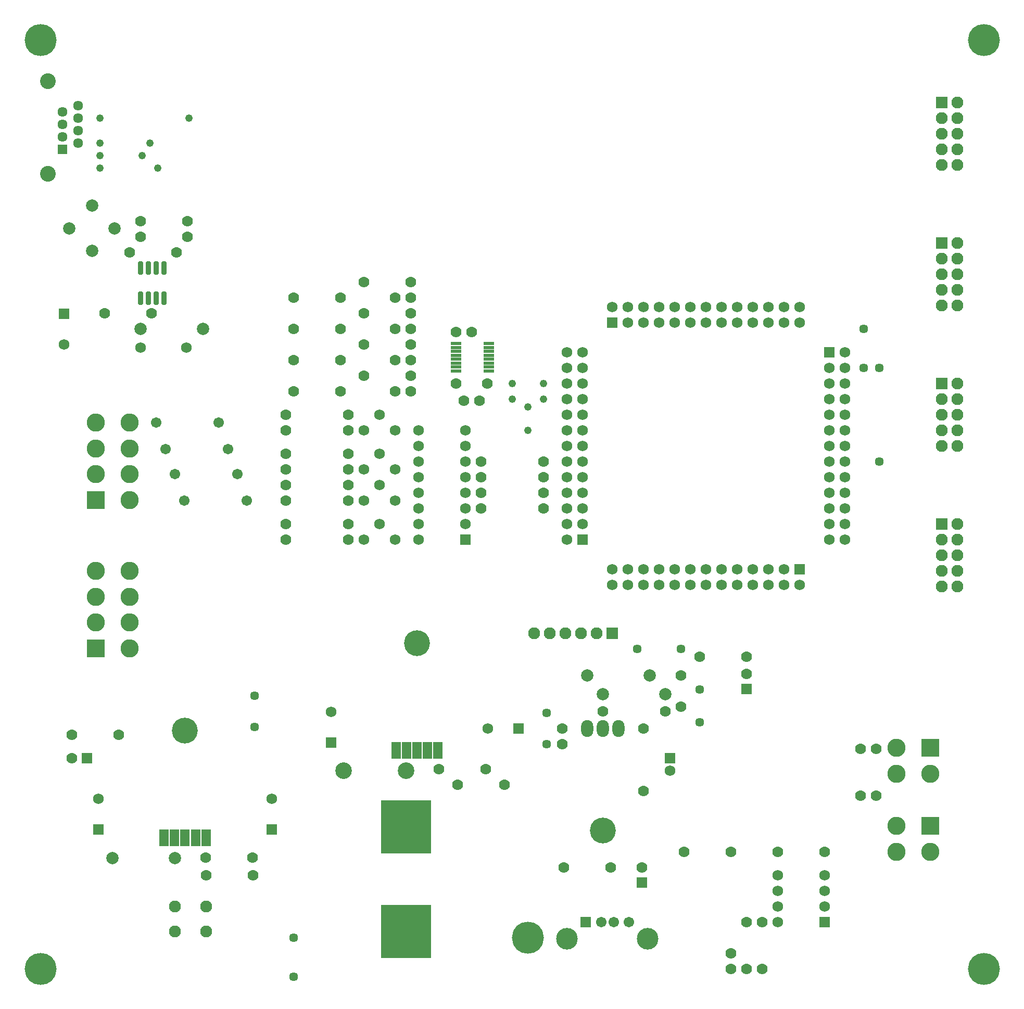
<source format=gbs>
G04*
G04 #@! TF.GenerationSoftware,Altium Limited,Altium Designer,21.5.1 (32)*
G04*
G04 Layer_Color=16711935*
%FSLAX25Y25*%
%MOIN*%
G70*
G04*
G04 #@! TF.SameCoordinates,DC1D8B1E-EA3E-4B6B-A205-361A43EFEAAA*
G04*
G04*
G04 #@! TF.FilePolarity,Negative*
G04*
G01*
G75*
%ADD18C,0.06800*%
%ADD19R,0.06343X0.06343*%
%ADD20C,0.06343*%
%ADD21C,0.10091*%
%ADD22C,0.07000*%
%ADD23R,0.07000X0.07000*%
%ADD24R,0.07000X0.07000*%
%ADD25C,0.06706*%
%ADD26C,0.07690*%
%ADD27R,0.07690X0.07690*%
%ADD28R,0.11627X0.11627*%
%ADD29C,0.11627*%
%ADD30C,0.07887*%
%ADD31R,0.06800X0.06800*%
%ADD32R,0.07690X0.07690*%
%ADD33R,0.06706X0.06706*%
%ADD34C,0.13855*%
%ADD35C,0.20485*%
%ADD36R,0.06800X0.06800*%
%ADD37O,0.07800X0.10800*%
%ADD38C,0.16548*%
%ADD39R,0.05918X0.10642*%
%ADD40C,0.10642*%
%ADD41C,0.04800*%
%ADD42C,0.05721*%
G04:AMPARAMS|DCode=74|XSize=85.56mil|YSize=31.62mil|CornerRadius=6.95mil|HoleSize=0mil|Usage=FLASHONLY|Rotation=270.000|XOffset=0mil|YOffset=0mil|HoleType=Round|Shape=RoundedRectangle|*
%AMROUNDEDRECTD74*
21,1,0.08556,0.01772,0,0,270.0*
21,1,0.07165,0.03162,0,0,270.0*
1,1,0.01391,-0.00886,-0.03583*
1,1,0.01391,-0.00886,0.03583*
1,1,0.01391,0.00886,0.03583*
1,1,0.01391,0.00886,-0.03583*
%
%ADD74ROUNDEDRECTD74*%
%ADD75R,0.07100X0.02200*%
%ADD76R,0.32296X0.34265*%
D18*
X113528Y418000D02*
D03*
X84000D02*
D03*
X416000Y444000D02*
D03*
X396000Y434000D02*
D03*
X386000Y444000D02*
D03*
X396000D02*
D03*
X426000D02*
D03*
X436000D02*
D03*
X446000D02*
D03*
X456000D02*
D03*
X466000D02*
D03*
X476000D02*
D03*
X486000D02*
D03*
X496000D02*
D03*
X506000D02*
D03*
X406000D02*
D03*
X416000Y434000D02*
D03*
X426000D02*
D03*
X436000D02*
D03*
X446000D02*
D03*
X456000D02*
D03*
X466000D02*
D03*
X476000D02*
D03*
X486000D02*
D03*
X496000D02*
D03*
X506000D02*
D03*
X406000D02*
D03*
X35000Y420076D02*
D03*
X522000Y60000D02*
D03*
Y70000D02*
D03*
X492000D02*
D03*
Y60000D02*
D03*
Y50000D02*
D03*
Y80000D02*
D03*
X522000D02*
D03*
X367000Y315000D02*
D03*
Y415000D02*
D03*
Y405000D02*
D03*
Y395000D02*
D03*
Y385000D02*
D03*
Y375000D02*
D03*
Y365000D02*
D03*
Y355000D02*
D03*
Y345000D02*
D03*
Y335000D02*
D03*
Y325000D02*
D03*
X357000Y315000D02*
D03*
Y415000D02*
D03*
Y405000D02*
D03*
Y395000D02*
D03*
Y385000D02*
D03*
Y375000D02*
D03*
Y365000D02*
D03*
Y355000D02*
D03*
Y345000D02*
D03*
Y335000D02*
D03*
Y305000D02*
D03*
Y295000D02*
D03*
X367000Y305000D02*
D03*
X357000Y325000D02*
D03*
X486000Y276000D02*
D03*
X386000D02*
D03*
X396000D02*
D03*
X406000D02*
D03*
X416000D02*
D03*
X426000D02*
D03*
X436000D02*
D03*
X446000D02*
D03*
X456000D02*
D03*
X466000D02*
D03*
X476000D02*
D03*
X486000Y266000D02*
D03*
X386000D02*
D03*
X396000D02*
D03*
X406000D02*
D03*
X416000D02*
D03*
X426000D02*
D03*
X436000D02*
D03*
X446000D02*
D03*
X456000D02*
D03*
X466000D02*
D03*
X496000D02*
D03*
X506000D02*
D03*
X496000Y276000D02*
D03*
X476000Y266000D02*
D03*
X525000Y395000D02*
D03*
Y295000D02*
D03*
Y305000D02*
D03*
Y315000D02*
D03*
Y325000D02*
D03*
Y335000D02*
D03*
Y345000D02*
D03*
Y355000D02*
D03*
Y365000D02*
D03*
Y375000D02*
D03*
Y385000D02*
D03*
X535000Y395000D02*
D03*
Y295000D02*
D03*
Y305000D02*
D03*
Y315000D02*
D03*
Y325000D02*
D03*
Y335000D02*
D03*
Y345000D02*
D03*
Y355000D02*
D03*
Y365000D02*
D03*
Y375000D02*
D03*
Y405000D02*
D03*
Y415000D02*
D03*
X525000Y405000D02*
D03*
X535000Y385000D02*
D03*
X306315Y174000D02*
D03*
X423000Y147063D02*
D03*
X57234Y128919D02*
D03*
X167998Y128998D02*
D03*
X206157Y184685D02*
D03*
X247000Y295000D02*
D03*
X227000D02*
D03*
X237000Y305000D02*
D03*
X247000Y320000D02*
D03*
X227000D02*
D03*
X237000Y330000D02*
D03*
X262000Y295000D02*
D03*
Y305000D02*
D03*
Y315000D02*
D03*
X292000D02*
D03*
Y305000D02*
D03*
Y325000D02*
D03*
Y335000D02*
D03*
X262000D02*
D03*
Y325000D02*
D03*
X292000Y345000D02*
D03*
Y355000D02*
D03*
X262000D02*
D03*
Y345000D02*
D03*
Y365000D02*
D03*
X292000D02*
D03*
X247000Y340000D02*
D03*
X227000D02*
D03*
X237000Y350000D02*
D03*
X247000Y365000D02*
D03*
X227000D02*
D03*
X237000Y375000D02*
D03*
D19*
X34000Y545000D02*
D03*
D20*
X44000Y549016D02*
D03*
X34000Y553031D02*
D03*
X44000Y557047D02*
D03*
X34000Y561063D02*
D03*
X44000Y565079D02*
D03*
X34000Y569095D02*
D03*
X44000Y573110D02*
D03*
D21*
X24945Y588583D02*
D03*
Y529528D02*
D03*
D22*
X40000Y170000D02*
D03*
X70000D02*
D03*
X40000Y155000D02*
D03*
X385000Y85000D02*
D03*
X355000D02*
D03*
X405000D02*
D03*
X472000Y209000D02*
D03*
Y220000D02*
D03*
X442000D02*
D03*
X522000Y95000D02*
D03*
X492000D02*
D03*
X227000Y460000D02*
D03*
X257000D02*
D03*
X227000Y440000D02*
D03*
X257000D02*
D03*
X227000Y420000D02*
D03*
X257000D02*
D03*
X227000Y400000D02*
D03*
X257000D02*
D03*
X212000Y390000D02*
D03*
X182000D02*
D03*
X212000Y410000D02*
D03*
X182000D02*
D03*
X212000Y430000D02*
D03*
X182000D02*
D03*
X212000Y450000D02*
D03*
X182000D02*
D03*
X61000Y440000D02*
D03*
X91000D02*
D03*
X84000Y499000D02*
D03*
X114000D02*
D03*
X77000Y479000D02*
D03*
X107000D02*
D03*
X84000Y489000D02*
D03*
X114000D02*
D03*
X247000Y450000D02*
D03*
X257000D02*
D03*
X247000Y430000D02*
D03*
X257000D02*
D03*
X247000Y410000D02*
D03*
X257000D02*
D03*
X247000Y390000D02*
D03*
X257000D02*
D03*
X545000Y161000D02*
D03*
Y131000D02*
D03*
X555000D02*
D03*
Y161000D02*
D03*
X462000Y30000D02*
D03*
Y20000D02*
D03*
X472000D02*
D03*
Y50000D02*
D03*
X482000Y20000D02*
D03*
Y50000D02*
D03*
X462000Y95000D02*
D03*
X432000D02*
D03*
X305157Y148000D02*
D03*
X275157D02*
D03*
X287000Y138000D02*
D03*
X317000D02*
D03*
X354000Y164000D02*
D03*
Y174000D02*
D03*
X380000Y185000D02*
D03*
X420000D02*
D03*
X406000Y174000D02*
D03*
Y134000D02*
D03*
X430000Y188000D02*
D03*
Y208000D02*
D03*
X302000Y315000D02*
D03*
X342000D02*
D03*
Y335000D02*
D03*
X302000D02*
D03*
X286000Y395000D02*
D03*
X306000D02*
D03*
X302000Y325000D02*
D03*
X342000D02*
D03*
X302000Y345000D02*
D03*
X342000D02*
D03*
X155923Y91234D02*
D03*
X125923D02*
D03*
X126000Y80000D02*
D03*
X156000D02*
D03*
X177000Y320000D02*
D03*
X217000D02*
D03*
X177000Y305000D02*
D03*
X217000D02*
D03*
X177000Y295000D02*
D03*
X217000D02*
D03*
X177000Y340000D02*
D03*
X217000D02*
D03*
X177000Y330000D02*
D03*
X217000D02*
D03*
X177000Y350000D02*
D03*
X217000D02*
D03*
X177000Y365000D02*
D03*
X217000D02*
D03*
X177000Y375000D02*
D03*
X217000D02*
D03*
X301000Y384000D02*
D03*
X291000D02*
D03*
X296000Y428000D02*
D03*
X286000D02*
D03*
D23*
X49700Y155000D02*
D03*
D24*
X405000Y75300D02*
D03*
X472000Y199300D02*
D03*
D25*
X152000Y320000D02*
D03*
X112000D02*
D03*
X146000Y337000D02*
D03*
X106000D02*
D03*
X134000Y370000D02*
D03*
X94000D02*
D03*
X140000Y353000D02*
D03*
X100000D02*
D03*
X379126Y50000D02*
D03*
X387000D02*
D03*
X396843D02*
D03*
D26*
X607000Y265000D02*
D03*
X597000D02*
D03*
X607000Y275000D02*
D03*
X597000D02*
D03*
X607000Y285000D02*
D03*
X597000D02*
D03*
X607000Y295000D02*
D03*
X597000D02*
D03*
X607000Y305000D02*
D03*
Y535000D02*
D03*
X597000D02*
D03*
X607000Y545000D02*
D03*
X597000D02*
D03*
X607000Y555000D02*
D03*
X597000D02*
D03*
X607000Y565000D02*
D03*
X597000D02*
D03*
X607000Y575000D02*
D03*
Y445000D02*
D03*
X597000D02*
D03*
X607000Y455000D02*
D03*
X597000D02*
D03*
X607000Y465000D02*
D03*
X597000D02*
D03*
X607000Y475000D02*
D03*
X597000D02*
D03*
X607000Y485000D02*
D03*
Y395000D02*
D03*
X597000Y385000D02*
D03*
X607000D02*
D03*
X597000Y375000D02*
D03*
X607000D02*
D03*
X597000Y365000D02*
D03*
X607000D02*
D03*
X597000Y355000D02*
D03*
X607000D02*
D03*
X336000Y235000D02*
D03*
X346000D02*
D03*
X356000D02*
D03*
X366000D02*
D03*
X376000D02*
D03*
X126234Y60000D02*
D03*
X106234Y44000D02*
D03*
X126234D02*
D03*
X106234Y60000D02*
D03*
D27*
X386000Y235000D02*
D03*
D28*
X55347Y320394D02*
D03*
X589653Y111535D02*
D03*
Y161535D02*
D03*
X55347Y225394D02*
D03*
D29*
X77000Y320394D02*
D03*
X55347Y336929D02*
D03*
X77000D02*
D03*
X55347Y353465D02*
D03*
X77000D02*
D03*
X55347Y370000D02*
D03*
X77000D02*
D03*
X568000Y111535D02*
D03*
X589653Y95000D02*
D03*
X568000D02*
D03*
Y161535D02*
D03*
X589653Y145000D02*
D03*
X568000D02*
D03*
X77000Y225394D02*
D03*
X55347Y241929D02*
D03*
X77000D02*
D03*
X55347Y258465D02*
D03*
X77000D02*
D03*
X55347Y275000D02*
D03*
X77000D02*
D03*
D30*
X53000Y479918D02*
D03*
X67476Y494394D02*
D03*
X53000Y508871D02*
D03*
X38524Y494394D02*
D03*
X84000Y430000D02*
D03*
X124000D02*
D03*
X370000Y208000D02*
D03*
X410000D02*
D03*
X380000Y196000D02*
D03*
X420000D02*
D03*
X106234Y91077D02*
D03*
X66234D02*
D03*
D31*
X35000Y439761D02*
D03*
X367000Y295000D02*
D03*
X525000Y415000D02*
D03*
X423000Y154937D02*
D03*
X57234Y109234D02*
D03*
X167998Y109313D02*
D03*
X206157Y165000D02*
D03*
D32*
X597000Y305000D02*
D03*
Y575000D02*
D03*
Y485000D02*
D03*
Y395000D02*
D03*
D33*
X369284Y50000D02*
D03*
D34*
X357197Y39331D02*
D03*
X408929D02*
D03*
D35*
X332000Y40000D02*
D03*
X20000Y20000D02*
D03*
Y615000D02*
D03*
X624000Y20000D02*
D03*
Y615000D02*
D03*
D36*
X386000Y434000D02*
D03*
X522000Y50000D02*
D03*
X506000Y276000D02*
D03*
X326000Y174000D02*
D03*
X292000Y295000D02*
D03*
D37*
X390000Y174000D02*
D03*
X380000D02*
D03*
X370000D02*
D03*
D38*
X380000Y108567D02*
D03*
X112620Y172777D02*
D03*
X261157Y228700D02*
D03*
D39*
X112620Y104077D02*
D03*
X119313D02*
D03*
X126006D02*
D03*
X105927D02*
D03*
X99234D02*
D03*
X247772Y160000D02*
D03*
X254465D02*
D03*
X274543D02*
D03*
X267850D02*
D03*
X261157D02*
D03*
D40*
X214158Y147000D02*
D03*
X254157D02*
D03*
D41*
X58000Y565000D02*
D03*
X90000Y549000D02*
D03*
X58000Y533000D02*
D03*
Y541000D02*
D03*
X95000Y533000D02*
D03*
X85000Y541000D02*
D03*
X58000Y549000D02*
D03*
X115000Y565000D02*
D03*
X322000Y385000D02*
D03*
Y395000D02*
D03*
X332000Y365000D02*
D03*
Y380000D02*
D03*
X342000Y385000D02*
D03*
Y395000D02*
D03*
D42*
X430000Y225000D02*
D03*
X547000Y430000D02*
D03*
X557000Y345000D02*
D03*
Y405000D02*
D03*
X182000Y15000D02*
D03*
Y40000D02*
D03*
X344000Y164000D02*
D03*
Y184000D02*
D03*
X442000Y199000D02*
D03*
Y178000D02*
D03*
X402000Y225000D02*
D03*
X547000Y405000D02*
D03*
X157000Y175000D02*
D03*
Y195000D02*
D03*
D74*
X84000Y469000D02*
D03*
X89000D02*
D03*
X94000D02*
D03*
X99000D02*
D03*
Y449551D02*
D03*
X94000D02*
D03*
X89000D02*
D03*
X84000D02*
D03*
D75*
X307000Y403000D02*
D03*
Y405600D02*
D03*
Y408000D02*
D03*
Y410600D02*
D03*
Y413000D02*
D03*
Y415600D02*
D03*
Y418000D02*
D03*
Y420600D02*
D03*
X286000D02*
D03*
Y418000D02*
D03*
Y415600D02*
D03*
Y413000D02*
D03*
Y410600D02*
D03*
Y408000D02*
D03*
Y405600D02*
D03*
Y403000D02*
D03*
D76*
X254157Y44071D02*
D03*
Y111000D02*
D03*
M02*

</source>
